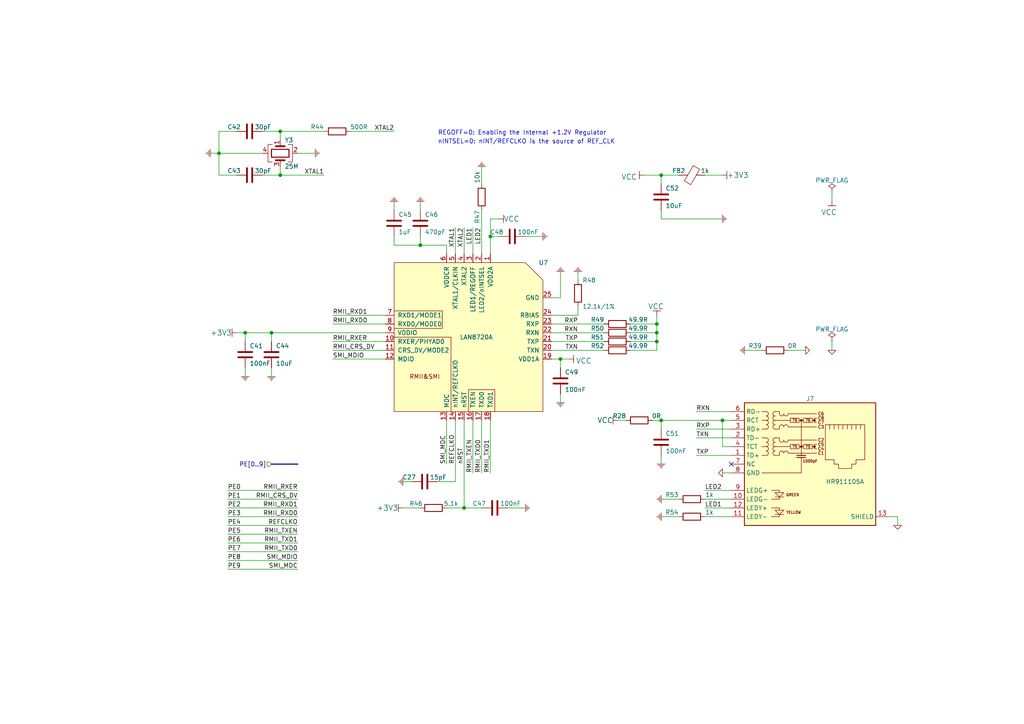
<source format=kicad_sch>
(kicad_sch (version 20211123) (generator eeschema)
  (paper "A4")
  (lib_symbols
    (symbol "0_power:+3V3" (power) (pin_names (offset 1.016))
      (property "Value" "+3V3" (at 0 1.27 0))
      (symbol "+3V3_0_1"
        (polyline (pts (xy -1.143 0) (xy 1.143 0)))
        (polyline (pts (xy 0 0) (xy 0 -1.27)))
      )
      (symbol "+3V3_1_1"
        (pin power_in line (at 0 -1.27 90) (length 0) hide (name "+3V3") (number "1"))
      )
    )
    (symbol "0_power:AVCC" (power) (pin_names (offset 1.016))
      (property "Value" "AVCC" (at 0 1.27 0))
      (symbol "AVCC_0_1"
        (polyline (pts (xy -1.143 0) (xy 1.143 0)))
        (polyline (pts (xy 0 0) (xy 0 -1.27)))
      )
      (symbol "AVCC_1_1"
        (pin power_in line (at 0 -1.27 90) (length 0) hide (name "VCC") (number "1"))
      )
    )
    (symbol "0_power:GND" (power) (pin_names (offset 1.016))
      (symbol "GND_0_1"
        (polyline (pts (xy -1.143 0) (xy 1.143 0)))
        (polyline (pts (xy -0.762 -0.381) (xy 0.762 -0.381)))
        (polyline (pts (xy -0.381 -0.762) (xy 0.381 -0.762)))
        (polyline (pts (xy -0.127 -1.143) (xy 0.127 -1.143)))
      )
      (symbol "GND_1_1"
        (pin power_in line (at 0 0 270) (length 0) hide (name "GND") (number "1"))
      )
    )
    (symbol "0_power:GNDA" (power) (pin_names (offset 1.016))
      (symbol "GNDA_0_1"
        (polyline (pts (xy -1.143 0) (xy 1.143 0)))
        (polyline (pts (xy -1.143 0) (xy 0 -1.143) (xy 1.143 0)))
      )
      (symbol "GNDA_1_1"
        (pin power_in line (at 0 0 270) (length 0) hide (name "GNDA") (number "1"))
      )
    )
    (symbol "0_power:PWR_FLAG" (power) (pin_numbers hide) (pin_names (offset 0) hide)
      (property "Value" "PWR_FLAG" (at 0 3.81 0))
      (symbol "PWR_FLAG_0_0"
        (pin power_out line (at 0 0 90) (length 0) (name "pwr") (number "1"))
      )
      (symbol "PWR_FLAG_0_1"
        (polyline (pts (xy 0 0) (xy 0 1.27) (xy -1.016 1.905) (xy 0 2.54) (xy 1.016 1.905) (xy 0 1.27)))
      )
    )
    (symbol "0_ungrouped:HR911105A"
      (property "Reference" "J" (at -17.78 19.05 0))
      (property "Value" "HR911105A" (at -19.05 -19.05 0))
      (symbol "HR911105A_0_0"
        (circle (center -2.54 5.08) (radius 0.254) (stroke (width 0.254)) (fill (type outline)))
        (circle (center -2.54 12.7) (radius 0.254) (stroke (width 0.254)) (fill (type outline)))
        (polyline (pts (xy -7.62 -14.605) (xy -10.16 -14.605)))
        (polyline (pts (xy -7.62 -9.525) (xy -10.16 -9.525)))
        (polyline (pts (xy -2.54 12.7) (xy -2.54 2.54)))
        (polyline (pts (xy -1.27 1.905) (xy -3.81 1.905)) (stroke (width 0.254)))
        (polyline (pts (xy -1.27 2.54) (xy -3.81 2.54)) (stroke (width 0.254)))
        (polyline (pts (xy 1.27 5.08) (xy 0.635 5.08)))
        (polyline (pts (xy 1.27 12.7) (xy 0.635 12.7)))
        (polyline (pts (xy -11.176 -15.24) (xy -8.89 -15.24) (xy -8.89 -14.605)))
        (polyline (pts (xy -11.176 -12.7) (xy -8.89 -12.7) (xy -8.89 -13.335)))
        (polyline (pts (xy -11.176 -7.62) (xy -8.89 -7.62) (xy -8.89 -8.255)))
        (polyline (pts (xy -8.89 -9.525) (xy -8.89 -10.16) (xy -11.176 -10.16)))
        (polyline (pts (xy -10.16 -8.255) (xy -7.62 -8.255) (xy -8.89 -9.525) (xy -10.16 -8.255)))
        (polyline (pts (xy -7.62 -13.335) (xy -10.16 -13.335) (xy -8.89 -14.605) (xy -7.62 -13.335)))
        (polyline (pts (xy 1.905 5.715) (xy 1.27 5.715) (xy 1.27 4.445) (xy 1.905 4.445)))
        (polyline (pts (xy 1.905 13.335) (xy 1.27 13.335) (xy 1.27 12.065) (xy 1.905 12.065)))
        (circle (center 1.27 5.08) (radius 0.254) (stroke (width 0.254)) (fill (type outline)))
        (circle (center 1.27 12.7) (radius 0.254) (stroke (width 0.254)) (fill (type outline)))
        (text "1000pF" (at 0 0.889 0) (effects (font (size 0.762 0.762))))
        (text "75" (at -4.445 5.08 0) (effects (font (size 0.762 0.762))))
        (text "75" (at -4.445 12.7 0) (effects (font (size 0.762 0.762))))
        (text "75" (at -0.635 5.08 0) (effects (font (size 0.762 0.762))))
        (text "75" (at -0.635 12.7 0) (effects (font (size 0.762 0.762))))
        (text "C1" (at 3.175 3.175 0) (effects (font (size 0.889 0.889))))
        (text "C2" (at 3.175 6.985 0) (effects (font (size 0.889 0.889))))
        (text "C3" (at 3.175 10.795 0) (effects (font (size 0.889 0.889))))
        (text "C4" (at 3.175 4.445 0) (effects (font (size 0.889 0.889))))
        (text "C5" (at 3.175 5.715 0) (effects (font (size 0.889 0.889))))
        (text "C6" (at 3.175 14.605 0) (effects (font (size 0.889 0.889))))
        (text "C7" (at 3.175 12.065 0) (effects (font (size 0.889 0.889))))
        (text "C8" (at 3.175 13.335 0) (effects (font (size 0.889 0.889))))
        (text "GREEN" (at -6.985 -8.89 0) (effects (font (size 0.762 0.762)) (justify left)))
        (text "YELLOW" (at -6.985 -13.97 0) (effects (font (size 0.762 0.762)) (justify left)))
      )
      (symbol "HR911105A_0_1"
        (rectangle (start -19.05 17.78) (end 19.05 -17.78) (stroke (width 0.254)) (fill (type background)))
        (arc (start -12.7 2.54) (mid -12.065 3.175) (end -12.7 3.81))
        (arc (start -12.7 3.81) (mid -12.065 4.445) (end -12.7 5.08))
        (arc (start -12.7 5.08) (mid -12.065 5.715) (end -12.7 6.35))
        (arc (start -12.7 6.35) (mid -12.065 6.985) (end -12.7 7.62))
        (arc (start -12.7 10.16) (mid -12.065 10.795) (end -12.7 11.43))
        (arc (start -12.7 11.43) (mid -12.065 12.065) (end -12.7 12.7))
        (arc (start -12.7 12.7) (mid -12.065 13.335) (end -12.7 13.97))
        (arc (start -12.7 13.97) (mid -12.065 14.605) (end -12.7 15.24))
        (arc (start -10.16 3.81) (mid -10.795 3.175) (end -10.16 2.54))
        (arc (start -10.16 5.08) (mid -10.795 4.445) (end -10.16 3.81))
        (arc (start -10.16 6.35) (mid -10.795 5.715) (end -10.16 5.08))
        (arc (start -10.16 7.62) (mid -10.795 6.985) (end -10.16 6.35))
        (arc (start -10.16 11.43) (mid -10.795 10.795) (end -10.16 10.16))
        (arc (start -10.16 12.7) (mid -10.795 12.065) (end -10.16 11.43))
        (arc (start -10.16 13.97) (mid -10.795 13.335) (end -10.16 12.7))
        (arc (start -10.16 15.24) (mid -10.795 14.605) (end -10.16 13.97))
        (arc (start -8.89 6.985) (mid -8.255 6.35) (end -7.62 6.985))
        (arc (start -8.89 14.605) (mid -8.255 13.97) (end -7.62 14.605))
        (arc (start -7.62 3.175) (mid -8.255 3.81) (end -8.89 3.175))
        (arc (start -7.62 6.985) (mid -6.985 6.35) (end -6.35 6.985))
        (arc (start -7.62 10.795) (mid -8.255 11.43) (end -8.89 10.795))
        (arc (start -7.62 14.605) (mid -6.985 13.97) (end -6.35 14.605))
        (arc (start -6.35 3.175) (mid -6.985 3.81) (end -7.62 3.175))
        (arc (start -6.35 10.795) (mid -6.985 11.43) (end -7.62 10.795))
        (rectangle (start -5.715 5.715) (end -3.175 4.445))
        (rectangle (start -5.715 13.335) (end -3.175 12.065))
        (rectangle (start -1.905 5.715) (end 0.635 4.445))
        (rectangle (start -1.905 13.335) (end 0.635 12.065))
        (polyline (pts (xy -12.7 2.54) (xy -13.97 2.54)))
        (polyline (pts (xy -12.7 5.08) (xy -13.97 5.08)))
        (polyline (pts (xy -12.7 7.62) (xy -13.97 7.62)))
        (polyline (pts (xy -12.7 10.16) (xy -13.97 10.16)))
        (polyline (pts (xy -12.7 12.7) (xy -13.97 12.7)))
        (polyline (pts (xy -12.7 15.24) (xy -13.97 15.24)))
        (polyline (pts (xy -6.35 3.175) (xy 1.905 3.175)))
        (polyline (pts (xy -6.35 6.985) (xy 1.905 6.985)))
        (polyline (pts (xy -6.35 10.795) (xy 1.905 10.795)))
        (polyline (pts (xy -6.35 14.605) (xy 1.905 14.605)))
        (polyline (pts (xy -5.715 5.08) (xy -10.16 5.08)))
        (polyline (pts (xy -5.715 12.7) (xy -10.16 12.7)))
        (polyline (pts (xy -3.175 5.08) (xy -1.905 5.08)))
        (polyline (pts (xy -3.175 12.7) (xy -1.905 12.7)))
        (polyline (pts (xy -2.54 -2.54) (xy -13.97 -2.54)) (stroke (width 0.1524)))
        (polyline (pts (xy -2.54 1.905) (xy -2.54 -2.54)) (stroke (width 0.1524)))
        (polyline (pts (xy 5.715 10.16) (xy 5.715 11.43)))
        (polyline (pts (xy 6.985 11.43) (xy 6.985 10.16)))
        (polyline (pts (xy 8.255 11.43) (xy 8.255 10.16)))
        (polyline (pts (xy 9.525 11.43) (xy 9.525 10.16)))
        (polyline (pts (xy 10.795 11.43) (xy 10.795 10.16)))
        (polyline (pts (xy 12.065 11.43) (xy 12.065 10.16)))
        (polyline (pts (xy 13.335 10.16) (xy 13.335 11.43)))
        (polyline (pts (xy 14.605 10.16) (xy 14.605 11.43)))
        (polyline (pts (xy -10.16 7.62) (xy -8.89 7.62) (xy -8.89 6.985)))
        (polyline (pts (xy -10.16 15.24) (xy -8.89 15.24) (xy -8.89 14.605)))
        (polyline (pts (xy -8.89 3.175) (xy -8.89 2.54) (xy -10.16 2.54)))
        (polyline (pts (xy -8.89 10.795) (xy -8.89 10.16) (xy -10.16 10.16)))
        (polyline (pts (xy 4.445 11.43) (xy 15.875 11.43) (xy 15.875 1.27) (xy 13.335 1.27) (xy 13.335 0) (xy 12.065 0) (xy 12.065 -1.27) (xy 8.255 -1.27) (xy 8.255 0) (xy 6.985 0) (xy 6.985 1.27) (xy 4.445 1.27) (xy 4.445 11.43)))
      )
      (symbol "HR911105A_1_1"
        (pin passive line (at -22.86 2.54 0) (length 3.81) (name "TD+") (number "1"))
        (pin passive line (at -22.86 -10.16 0) (length 3.81) (name "LEDG-") (number "10"))
        (pin passive line (at -22.86 -15.24 0) (length 3.81) (name "LEDY-") (number "11"))
        (pin passive line (at -22.86 -12.7 0) (length 3.81) (name "LEDY+") (number "12"))
        (pin passive line (at 22.86 -15.24 180) (length 3.81) (name "SHIELD") (number "13"))
        (pin passive line (at -22.86 7.62 0) (length 3.81) (name "TD-") (number "2"))
        (pin passive line (at -22.86 10.16 0) (length 3.81) (name "RD+") (number "3"))
        (pin passive line (at -22.86 5.08 0) (length 3.81) (name "TCT") (number "4"))
        (pin passive line (at -22.86 12.7 0) (length 3.81) (name "RCT") (number "5"))
        (pin passive line (at -22.86 15.24 0) (length 3.81) (name "RD-") (number "6"))
        (pin passive line (at -22.86 0 0) (length 3.81) (name "NC") (number "7"))
        (pin passive line (at -22.86 -2.54 0) (length 3.81) (name "GND") (number "8"))
        (pin passive line (at -22.86 -7.62 0) (length 3.81) (name "LEDG+") (number "9"))
      )
    )
    (symbol "0_ungrouped:LAN8720A" (pin_names (offset 1.016))
      (property "Reference" "U" (at -21.59 -21.59 0))
      (property "Value" "LAN8720A" (at -2.54 0 0))
      (symbol "LAN8720A_0_0"
        (text "RMII&SMI" (at 12.7 11.43 0) (effects (font (size 1.27 1.27))))
      )
      (symbol "LAN8720A_0_1"
        (polyline (pts (xy 5.08 21.59) (xy 5.08 0)) (stroke (width 0.1524)))
        (polyline (pts (xy 21.59 0) (xy 5.08 0)) (stroke (width 0.1524)))
        (polyline (pts (xy 0 21.59) (xy 0 15.24) (xy -7.62 15.24) (xy -7.62 21.59)) (stroke (width 0.1524)))
        (polyline (pts (xy 21.59 -2.54) (xy 7.62 -2.54) (xy 7.62 -7.62) (xy 21.59 -7.62)) (stroke (width 0.1524)))
        (polyline (pts (xy -21.59 -16.51) (xy -16.51 -21.59) (xy 21.59 -21.59) (xy 21.59 21.59) (xy -21.59 21.59) (xy -21.59 -16.51)) (fill (type background)))
      )
      (symbol "LAN8720A_1_1"
        (pin passive line (at -6.35 -24.13 90) (length 2.54) (name "VDD2A") (number "1"))
        (pin passive line (at 24.13 1.27 180) (length 2.54) (name "RXER/PHYAD0") (number "10"))
        (pin passive line (at 24.13 3.81 180) (length 2.54) (name "CRS_DV/MODE2") (number "11"))
        (pin passive line (at 24.13 6.35 180) (length 2.54) (name "MDIO") (number "12"))
        (pin passive line (at 6.35 24.13 270) (length 2.54) (name "MDC") (number "13"))
        (pin passive line (at 3.81 24.13 270) (length 2.54) (name "nINT/REFCLKO") (number "14"))
        (pin passive line (at 1.27 24.13 270) (length 2.54) (name "nRST") (number "15"))
        (pin passive line (at -1.27 24.13 270) (length 2.54) (name "TXEN") (number "16"))
        (pin passive line (at -3.81 24.13 270) (length 2.54) (name "TXD0") (number "17"))
        (pin passive line (at -6.35 24.13 270) (length 2.54) (name "TXD1") (number "18"))
        (pin passive line (at -24.13 6.35 0) (length 2.54) (name "VDD1A") (number "19"))
        (pin passive line (at -3.81 -24.13 90) (length 2.54) (name "LED2/nINTSEL") (number "2"))
        (pin passive line (at -24.13 3.81 0) (length 2.54) (name "TXN") (number "20"))
        (pin passive line (at -24.13 1.27 0) (length 2.54) (name "TXP") (number "21"))
        (pin passive line (at -24.13 -1.27 0) (length 2.54) (name "RXN") (number "22"))
        (pin passive line (at -24.13 -3.81 0) (length 2.54) (name "RXP") (number "23"))
        (pin passive line (at -24.13 -6.35 0) (length 2.54) (name "RBIAS") (number "24"))
        (pin passive line (at -24.13 -11.43 0) (length 2.54) (name "GND") (number "25"))
        (pin passive line (at -1.27 -24.13 90) (length 2.54) (name "LED1/REGOFF") (number "3"))
        (pin passive line (at 1.27 -24.13 90) (length 2.54) (name "XTAL2") (number "4"))
        (pin passive line (at 3.81 -24.13 90) (length 2.54) (name "XTAL1/CLKIN") (number "5"))
        (pin passive line (at 6.35 -24.13 90) (length 2.54) (name "VDDCR") (number "6"))
        (pin passive line (at 24.13 -6.35 180) (length 2.54) (name "RXD1/MODE1") (number "7"))
        (pin passive line (at 24.13 -3.81 180) (length 2.54) (name "RXD0/MODE0") (number "8"))
        (pin passive line (at 24.13 -1.27 180) (length 2.54) (name "VDDIO") (number "9"))
      )
    )
    (symbol "Device:C" (pin_numbers hide) (pin_names (offset 0.254))
      (property "Reference" "C" (at 0.635 2.54 0))
      (property "Value" "C" (at 0.635 -2.54 0))
      (symbol "C_0_1"
        (polyline (pts (xy -2.032 -0.762) (xy 2.032 -0.762)) (stroke (width 0.508)))
        (polyline (pts (xy -2.032 0.762) (xy 2.032 0.762)) (stroke (width 0.508)))
      )
      (symbol "C_1_1"
        (pin passive line (at 0 3.81 270) (length 2.794) (name "~") (number "1"))
        (pin passive line (at 0 -3.81 90) (length 2.794) (name "~") (number "2"))
      )
    )
    (symbol "Device:Crystal_GND24" (pin_names (offset 1.016) hide)
      (property "Reference" "Y" (at 3.175 5.08 0))
      (property "Value" "Crystal_GND24" (at 3.175 3.175 0))
      (symbol "Crystal_GND24_0_1"
        (rectangle (start -1.143 2.54) (end 1.143 -2.54) (stroke (width 0.3048)))
        (polyline (pts (xy -2.54 0) (xy -2.032 0)))
        (polyline (pts (xy -2.032 -1.27) (xy -2.032 1.27)) (stroke (width 0.508)))
        (polyline (pts (xy 0 -3.81) (xy 0 -3.556)))
        (polyline (pts (xy 0 3.556) (xy 0 3.81)))
        (polyline (pts (xy 2.032 -1.27) (xy 2.032 1.27)) (stroke (width 0.508)))
        (polyline (pts (xy 2.032 0) (xy 2.54 0)))
        (polyline (pts (xy -2.54 -2.286) (xy -2.54 -3.556) (xy 2.54 -3.556) (xy 2.54 -2.286)))
        (polyline (pts (xy -2.54 2.286) (xy -2.54 3.556) (xy 2.54 3.556) (xy 2.54 2.286)))
      )
      (symbol "Crystal_GND24_1_1"
        (pin passive line (at -3.81 0 0) (length 1.27) (name "1") (number "1"))
        (pin passive line (at 0 5.08 270) (length 1.27) (name "2") (number "2"))
        (pin passive line (at 3.81 0 180) (length 1.27) (name "3") (number "3"))
        (pin passive line (at 0 -5.08 90) (length 1.27) (name "4") (number "4"))
      )
    )
    (symbol "Device:FerriteBead" (pin_numbers hide) (pin_names (offset 0))
      (property "Reference" "FB" (at -3.81 0.635 90))
      (property "Value" "FerriteBead" (at 3.81 0 90))
      (symbol "FerriteBead_0_1"
        (polyline (pts (xy 0 -1.27) (xy 0 -1.2192)))
        (polyline (pts (xy 0 1.27) (xy 0 1.2954)))
        (polyline (pts (xy -2.7686 0.4064) (xy -1.7018 2.2606) (xy 2.7686 -0.3048) (xy 1.6764 -2.159) (xy -2.7686 0.4064)))
      )
      (symbol "FerriteBead_1_1"
        (pin passive line (at 0 3.81 270) (length 2.54) (name "~") (number "1"))
        (pin passive line (at 0 -3.81 90) (length 2.54) (name "~") (number "2"))
      )
    )
    (symbol "Device:R" (pin_numbers hide) (pin_names (offset 0))
      (property "Reference" "R" (at 2.032 0 90))
      (property "Value" "R" (at 0 0 90))
      (symbol "R_0_1"
        (rectangle (start -1.016 -2.54) (end 1.016 2.54) (stroke (width 0.254)))
      )
      (symbol "R_1_1"
        (pin passive line (at 0 3.81 270) (length 1.27) (name "~") (number "1"))
        (pin passive line (at 0 -3.81 90) (length 1.27) (name "~") (number "2"))
      )
    )
  )
  (junction (at 81.28 50.8))
  (junction (at 190.5 93.98))
  (junction (at 190.5 96.52))
  (junction (at 121.92 71.12))
  (junction (at 191.77 50.8))
  (junction (at 209.55 121.92))
  (junction (at 63.5 44.45))
  (junction (at 190.5 99.06))
  (junction (at 71.12 96.52))
  (junction (at 78.74 96.52))
  (junction (at 162.56 104.14))
  (junction (at 134.62 147.32))
  (junction (at 142.24 68.58))
  (junction (at 81.28 38.1))
  (junction (at 191.77 121.92))
  (no_connect (at 212.09 134.62))
  (wire (pts (xy 81.28 38.1) (xy 76.2 38.1)))
  (wire (pts (xy 147.32 147.32) (xy 152.4 147.32)))
  (wire (pts (xy 142.24 121.92) (xy 142.24 137.16)))
  (bus (pts (xy 78.74 134.62) (xy 86.36 134.62)))
  (wire (pts (xy 78.74 106.68) (xy 78.74 109.22)))
  (wire (pts (xy 96.52 104.14) (xy 111.76 104.14)))
  (wire (pts (xy 96.52 99.06) (xy 111.76 99.06)))
  (wire (pts (xy 81.28 48.26) (xy 81.28 50.8)))
  (wire (pts (xy 191.77 132.08) (xy 191.77 134.62)))
  (wire (pts (xy 152.4 68.58) (xy 157.48 68.58)))
  (wire (pts (xy 129.54 71.12) (xy 121.92 71.12)))
  (wire (pts (xy 204.47 149.86) (xy 212.09 149.86)))
  (wire (pts (xy 132.08 121.92) (xy 132.08 139.7)))
  (wire (pts (xy 162.56 104.14) (xy 162.56 106.68)))
  (wire (pts (xy 86.36 44.45) (xy 91.44 44.45)))
  (wire (pts (xy 182.88 96.52) (xy 190.5 96.52)))
  (wire (pts (xy 63.5 44.45) (xy 63.5 50.8)))
  (wire (pts (xy 132.08 139.7) (xy 127 139.7)))
  (wire (pts (xy 129.54 121.92) (xy 129.54 134.62)))
  (wire (pts (xy 160.02 101.6) (xy 175.26 101.6)))
  (wire (pts (xy 66.04 157.48) (xy 86.36 157.48)))
  (wire (pts (xy 162.56 78.74) (xy 162.56 86.36)))
  (wire (pts (xy 81.28 38.1) (xy 93.98 38.1)))
  (wire (pts (xy 191.77 50.8) (xy 196.85 50.8)))
  (wire (pts (xy 167.64 78.74) (xy 167.64 81.28)))
  (wire (pts (xy 81.28 40.64) (xy 81.28 38.1)))
  (wire (pts (xy 201.93 132.08) (xy 212.09 132.08)))
  (wire (pts (xy 71.12 106.68) (xy 71.12 109.22)))
  (wire (pts (xy 139.7 147.32) (xy 134.62 147.32)))
  (wire (pts (xy 191.77 63.5) (xy 209.55 63.5)))
  (wire (pts (xy 139.7 60.96) (xy 139.7 73.66)))
  (wire (pts (xy 66.04 165.1) (xy 86.36 165.1)))
  (wire (pts (xy 63.5 38.1) (xy 63.5 44.45)))
  (wire (pts (xy 101.6 38.1) (xy 114.3 38.1)))
  (wire (pts (xy 134.62 66.04) (xy 134.62 73.66)))
  (wire (pts (xy 121.92 71.12) (xy 114.3 71.12)))
  (wire (pts (xy 204.47 144.78) (xy 212.09 144.78)))
  (wire (pts (xy 81.28 50.8) (xy 93.98 50.8)))
  (wire (pts (xy 121.92 68.58) (xy 121.92 71.12)))
  (wire (pts (xy 215.9 101.6) (xy 220.98 101.6)))
  (wire (pts (xy 191.77 121.92) (xy 209.55 121.92)))
  (wire (pts (xy 66.04 142.24) (xy 86.36 142.24)))
  (wire (pts (xy 204.47 50.8) (xy 209.55 50.8)))
  (wire (pts (xy 142.24 68.58) (xy 144.78 68.58)))
  (wire (pts (xy 189.23 121.92) (xy 191.77 121.92)))
  (wire (pts (xy 81.28 50.8) (xy 76.2 50.8)))
  (wire (pts (xy 186.69 50.8) (xy 191.77 50.8)))
  (wire (pts (xy 96.52 101.6) (xy 111.76 101.6)))
  (wire (pts (xy 116.84 139.7) (xy 119.38 139.7)))
  (wire (pts (xy 191.77 50.8) (xy 191.77 53.34)))
  (wire (pts (xy 162.56 104.14) (xy 165.1 104.14)))
  (wire (pts (xy 63.5 44.45) (xy 76.2 44.45)))
  (wire (pts (xy 114.3 68.58) (xy 114.3 71.12)))
  (wire (pts (xy 160.02 104.14) (xy 162.56 104.14)))
  (wire (pts (xy 260.35 149.86) (xy 260.35 152.4)))
  (wire (pts (xy 209.55 121.92) (xy 209.55 129.54)))
  (wire (pts (xy 190.5 96.52) (xy 190.5 93.98)))
  (wire (pts (xy 204.47 142.24) (xy 212.09 142.24)))
  (wire (pts (xy 137.16 66.04) (xy 137.16 73.66)))
  (wire (pts (xy 142.24 63.5) (xy 144.78 63.5)))
  (wire (pts (xy 139.7 121.92) (xy 139.7 137.16)))
  (wire (pts (xy 182.88 99.06) (xy 190.5 99.06)))
  (wire (pts (xy 241.3 55.88) (xy 241.3 58.42)))
  (wire (pts (xy 134.62 147.32) (xy 129.54 147.32)))
  (wire (pts (xy 241.3 99.06) (xy 241.3 101.6)))
  (wire (pts (xy 66.04 162.56) (xy 86.36 162.56)))
  (wire (pts (xy 191.77 144.78) (xy 196.85 144.78)))
  (wire (pts (xy 68.58 96.52) (xy 71.12 96.52)))
  (wire (pts (xy 66.04 154.94) (xy 86.36 154.94)))
  (wire (pts (xy 121.92 58.42) (xy 121.92 60.96)))
  (wire (pts (xy 134.62 121.92) (xy 134.62 147.32)))
  (wire (pts (xy 66.04 160.02) (xy 86.36 160.02)))
  (wire (pts (xy 63.5 50.8) (xy 68.58 50.8)))
  (wire (pts (xy 71.12 96.52) (xy 71.12 99.06)))
  (wire (pts (xy 190.5 99.06) (xy 190.5 96.52)))
  (wire (pts (xy 212.09 137.16) (xy 209.55 137.16)))
  (wire (pts (xy 71.12 96.52) (xy 78.74 96.52)))
  (wire (pts (xy 228.6 101.6) (xy 233.68 101.6)))
  (wire (pts (xy 160.02 96.52) (xy 175.26 96.52)))
  (wire (pts (xy 204.47 147.32) (xy 212.09 147.32)))
  (wire (pts (xy 142.24 68.58) (xy 142.24 73.66)))
  (wire (pts (xy 167.64 88.9) (xy 167.64 91.44)))
  (wire (pts (xy 78.74 96.52) (xy 78.74 99.06)))
  (wire (pts (xy 191.77 60.96) (xy 191.77 63.5)))
  (wire (pts (xy 160.02 93.98) (xy 175.26 93.98)))
  (wire (pts (xy 137.16 121.92) (xy 137.16 137.16)))
  (wire (pts (xy 167.64 91.44) (xy 160.02 91.44)))
  (wire (pts (xy 160.02 99.06) (xy 175.26 99.06)))
  (wire (pts (xy 191.77 149.86) (xy 196.85 149.86)))
  (wire (pts (xy 257.81 149.86) (xy 260.35 149.86)))
  (wire (pts (xy 201.93 119.38) (xy 212.09 119.38)))
  (wire (pts (xy 201.93 127) (xy 212.09 127)))
  (wire (pts (xy 66.04 149.86) (xy 86.36 149.86)))
  (wire (pts (xy 190.5 101.6) (xy 190.5 99.06)))
  (wire (pts (xy 209.55 129.54) (xy 212.09 129.54)))
  (wire (pts (xy 139.7 48.26) (xy 139.7 53.34)))
  (wire (pts (xy 182.88 93.98) (xy 190.5 93.98)))
  (wire (pts (xy 179.07 121.92) (xy 181.61 121.92)))
  (wire (pts (xy 191.77 124.46) (xy 191.77 121.92)))
  (wire (pts (xy 142.24 63.5) (xy 142.24 68.58)))
  (wire (pts (xy 78.74 96.52) (xy 111.76 96.52)))
  (wire (pts (xy 96.52 93.98) (xy 111.76 93.98)))
  (wire (pts (xy 190.5 91.44) (xy 190.5 93.98)))
  (wire (pts (xy 96.52 91.44) (xy 111.76 91.44)))
  (wire (pts (xy 129.54 73.66) (xy 129.54 71.12)))
  (wire (pts (xy 66.04 147.32) (xy 86.36 147.32)))
  (wire (pts (xy 66.04 152.4) (xy 86.36 152.4)))
  (wire (pts (xy 66.04 144.78) (xy 86.36 144.78)))
  (wire (pts (xy 212.09 121.92) (xy 209.55 121.92)))
  (wire (pts (xy 63.5 38.1) (xy 68.58 38.1)))
  (wire (pts (xy 114.3 58.42) (xy 114.3 60.96)))
  (wire (pts (xy 116.84 147.32) (xy 121.92 147.32)))
  (wire (pts (xy 201.93 124.46) (xy 212.09 124.46)))
  (wire (pts (xy 182.88 101.6) (xy 190.5 101.6)))
  (wire (pts (xy 60.96 44.45) (xy 63.5 44.45)))
  (wire (pts (xy 162.56 114.3) (xy 162.56 116.84)))
  (wire (pts (xy 132.08 66.04) (xy 132.08 73.66)))
  (wire (pts (xy 160.02 86.36) (xy 162.56 86.36)))
  (text "REGOFF=0: Enabling the Internal +1.2V Regulator" (at 127 39.37 0) (effects (font (size 1.27 1.27)) (justify left bottom)))
  (text "nINTSEL=0: nINT/REFCLKO is the source of REF_CLK" (at 127 41.91 0) (effects (font (size 1.27 1.27)) (justify left bottom)))
  (label "PE0" (at 66.04 142.24 0))
  (label "TXP" (at 167.64 99.06 180))
  (label "REFCLKO" (at 132.08 134.62 90))
  (label "PE2" (at 66.04 147.32 0))
  (label "SMI_MDC" (at 86.36 165.1 180))
  (label "XTAL1" (at 93.98 50.8 180))
  (label "RMII_TXEN" (at 86.36 154.94 180))
  (label "RXP" (at 167.64 93.98 180))
  (label "RMII_RXD0" (at 86.36 149.86 180))
  (label "XTAL2" (at 114.3 38.1 180))
  (label "LED1" (at 204.47 147.32 0))
  (label "TXN" (at 167.64 101.6 180))
  (label "RMII_TXD1" (at 142.24 137.16 90))
  (label "LED2" (at 204.47 142.24 0))
  (label "RMII_RXER" (at 96.52 99.06 0))
  (label "PE4" (at 66.04 152.4 0))
  (label "PE5" (at 66.04 154.94 0))
  (label "RMII_RXER" (at 86.36 142.24 180))
  (label "TXP" (at 201.93 132.08 0))
  (label "XTAL2" (at 134.62 66.04 270))
  (label "RXN" (at 167.64 96.52 180))
  (label "RMII_TXD1" (at 86.36 157.48 180))
  (label "PE3" (at 66.04 149.86 0))
  (label "SMI_MDC" (at 129.54 134.62 90))
  (label "RMII_TXD0" (at 139.7 137.16 90))
  (label "RMII_RXD1" (at 86.36 147.32 180))
  (label "LED1" (at 137.16 66.04 270))
  (label "SMI_MDIO" (at 96.52 104.14 0))
  (label "PE8" (at 66.04 162.56 0))
  (label "RMII_RXD1" (at 96.52 91.44 0))
  (label "PE1" (at 66.04 144.78 0))
  (label "REFCLKO" (at 86.36 152.4 180))
  (label "RXP" (at 201.93 124.46 0))
  (label "RMII_CRS_DV" (at 96.52 101.6 0))
  (label "RMII_CRS_DV" (at 86.36 144.78 180))
  (label "RMII_RXD0" (at 96.52 93.98 0))
  (label "TXN" (at 201.93 127 0))
  (label "PE7" (at 66.04 160.02 0))
  (label "LED2" (at 139.7 66.04 270))
  (label "nRST" (at 134.62 134.62 90))
  (label "RMII_TXD0" (at 86.36 160.02 180))
  (label "RMII_TXEN" (at 137.16 137.16 90))
  (label "RXN" (at 201.93 119.38 0))
  (label "PE9" (at 66.04 165.1 0))
  (label "SMI_MDIO" (at 86.36 162.56 180))
  (label "XTAL1" (at 132.08 66.04 270))
  (label "PE6" (at 66.04 157.48 0))
  (hierarchical_label "PE[0..9]" (shape input) (at 78.74 134.62 180))
  (symbol (lib_id "Device:C") (at 72.39 50.8 90) (unit 1)
    (property "Reference" "C43" (at 69.85 49.53 90) (effects (justify left)))
    (property "Value" "30pF" (at 78.74 49.53 90) (effects (justify left)))
    (property "Footprint" "Capacitor_SMD:C_0603_1608Metric" (effects hide))
  )
  (symbol (lib_id "Device:C") (at 191.77 57.15 0) (unit 1)
    (property "Reference" "C52" (at 193.04 54.61 0) (effects (justify left)))
    (property "Value" "10uF" (at 193.04 59.69 0) (effects (justify left)))
    (property "Footprint" "Capacitor_SMD:C_0805_2012Metric" (effects hide))
  )
  (symbol (lib_id "Device:R") (at 185.42 121.92 90) (unit 1)
    (property "Reference" "R28" (at 181.61 120.65 90) (effects (justify left)))
    (property "Value" "0R" (at 191.77 120.65 90) (effects (justify left)))
    (property "Footprint" "Resistor_SMD:R_0603_1608Metric" (effects hide))
  )
  (symbol (lib_id "0_ungrouped:LAN8720A") (at 135.89 97.79 180) (unit 1)
    (property "Reference" "U7" (at 156.21 76.2 0) (effects (justify right)))
    (property "Value" "LAN8720A" (at 133.35 97.79 0) (effects (justify right)))
    (property "Footprint" "0_ungrouped:QFN-24-1EP_4x4mm_P0.5mm_EP2.4x2.4mm" (effects hide))
  )
  (symbol (lib_id "0_power:AVCC") (at 146.05 63.5 270) (unit 1)
    (property "Reference" "#PWR039" (effects hide))
    (property "Value" "AVCC" (at 146.05 63.5 90) (effects (font (size 1.524 1.524)) (justify left)))
  )
  (symbol (lib_id "Device:R") (at 97.79 38.1 90) (unit 1)
    (property "Reference" "R44" (at 93.98 36.83 90) (effects (justify left)))
    (property "Value" "500R" (at 106.68 36.83 90) (effects (justify left)))
    (property "Footprint" "Resistor_SMD:R_0603_1608Metric" (effects hide))
  )
  (symbol (lib_id "0_power:GNDA") (at 233.68 101.6 90) (unit 1)
    (property "Reference" "#PWR048" (effects hide))
    (property "Value" "GNDA" (effects hide))
  )
  (symbol (lib_id "0_power:AVCC") (at 241.3 59.69 0) (mirror x) (unit 1)
    (property "Reference" "#PWR04" (effects hide))
    (property "Value" "AVCC" (at 238.125 61.595 0) (effects (font (size 1.524 1.524)) (justify left)))
  )
  (symbol (lib_id "0_power:GND") (at 78.74 109.22 0) (unit 1)
    (property "Reference" "#PWR032" (effects hide))
    (property "Value" "GND" (effects hide))
  )
  (symbol (lib_id "0_power:GND") (at 157.48 68.58 90) (mirror x) (unit 1)
    (property "Reference" "#PWR041" (effects hide))
    (property "Value" "GND" (effects hide))
  )
  (symbol (lib_id "Device:R") (at 139.7 57.15 180) (unit 1)
    (property "Reference" "R47" (at 138.43 60.96 90) (effects (justify left)))
    (property "Value" "10k" (at 138.43 49.53 90) (effects (justify left)))
    (property "Footprint" "Resistor_SMD:R_0603_1608Metric" (effects hide))
  )
  (symbol (lib_id "Device:C") (at 72.39 38.1 90) (unit 1)
    (property "Reference" "C42" (at 69.85 36.83 90) (effects (justify left)))
    (property "Value" "30pF" (at 78.74 36.83 90) (effects (justify left)))
    (property "Footprint" "Capacitor_SMD:C_0603_1608Metric" (effects hide))
  )
  (symbol (lib_id "0_ungrouped:HR911105A") (at 234.95 134.62 0) (unit 1)
    (property "Reference" "J7" (at 234.95 115.6802 0))
    (property "Value" "HR911105A" (at 245.11 139.7 0))
    (property "Footprint" "0_ungrouped:HR911105A" (effects hide))
  )
  (symbol (lib_id "0_power:+3V3") (at 210.82 50.8 270) (unit 1)
    (property "Reference" "#PWR055" (effects hide))
    (property "Value" "+3V3" (at 210.82 50.8 90) (effects (font (size 1.524 1.524)) (justify left)))
  )
  (symbol (lib_id "0_power:GND") (at 152.4 147.32 90) (mirror x) (unit 1)
    (property "Reference" "#PWR040" (effects hide))
    (property "Value" "GND" (effects hide))
  )
  (symbol (lib_id "Device:C") (at 191.77 128.27 0) (unit 1)
    (property "Reference" "C51" (at 193.04 125.73 0) (effects (justify left)))
    (property "Value" "100nF" (at 193.04 130.81 0) (effects (justify left)))
    (property "Footprint" "Capacitor_SMD:C_0603_1608Metric" (effects hide))
  )
  (symbol (lib_id "Device:R") (at 179.07 101.6 90) (unit 1)
    (property "Reference" "R52" (at 175.26 100.33 90) (effects (justify left)))
    (property "Value" "49.9R" (at 187.96 100.33 90) (effects (justify left)))
    (property "Footprint" "Resistor_SMD:R_0603_1608Metric" (effects hide))
  )
  (symbol (lib_id "0_power:GND") (at 114.3 58.42 0) (mirror x) (unit 1)
    (property "Reference" "#PWR035" (effects hide))
    (property "Value" "GND" (effects hide))
  )
  (symbol (lib_id "Device:C") (at 78.74 102.87 0) (unit 1)
    (property "Reference" "C44" (at 80.01 100.33 0) (effects (justify left)))
    (property "Value" "10uF" (at 80.01 105.41 0) (effects (justify left)))
    (property "Footprint" "Capacitor_SMD:C_0805_2012Metric" (effects hide))
  )
  (symbol (lib_id "Device:R") (at 224.79 101.6 90) (unit 1)
    (property "Reference" "R39" (at 220.98 100.33 90) (effects (justify left)))
    (property "Value" "0R" (at 231.14 100.33 90) (effects (justify left)))
    (property "Footprint" "Resistor_SMD:R_0603_1608Metric" (effects hide))
  )
  (symbol (lib_id "0_power:+3V3") (at 115.57 147.32 90) (mirror x) (unit 1)
    (property "Reference" "#PWR036" (effects hide))
    (property "Value" "+3V3" (at 115.57 147.32 90) (effects (font (size 1.524 1.524)) (justify left)))
  )
  (symbol (lib_id "Device:C") (at 123.19 139.7 90) (unit 1)
    (property "Reference" "C27" (at 120.65 138.43 90) (effects (justify left)))
    (property "Value" "15pF" (at 129.54 138.43 90) (effects (justify left)))
    (property "Footprint" "Capacitor_SMD:C_0603_1608Metric" (effects hide))
  )
  (symbol (lib_id "Device:R") (at 167.64 85.09 0) (unit 1)
    (property "Reference" "R48" (at 168.91 81.28 0) (effects (justify left)))
    (property "Value" "12.1k/1%" (at 168.91 88.9 0) (effects (justify left)))
    (property "Footprint" "Resistor_SMD:R_0603_1608Metric" (effects hide))
  )
  (symbol (lib_id "0_power:+3V3") (at 67.31 96.52 90) (mirror x) (unit 1)
    (property "Reference" "#PWR028" (effects hide))
    (property "Value" "+3V3" (at 67.31 96.52 90) (effects (font (size 1.524 1.524)) (justify left)))
  )
  (symbol (lib_id "Device:C") (at 143.51 147.32 90) (unit 1)
    (property "Reference" "C47" (at 140.97 146.05 90) (effects (justify left)))
    (property "Value" "100nF" (at 151.13 146.05 90) (effects (justify left)))
    (property "Footprint" "Capacitor_SMD:C_0603_1608Metric" (effects hide))
  )
  (symbol (lib_id "0_power:GND") (at 162.56 78.74 0) (mirror x) (unit 1)
    (property "Reference" "#PWR042" (effects hide))
    (property "Value" "GND" (effects hide))
  )
  (symbol (lib_id "Device:Crystal_GND24") (at 81.28 44.45 270) (unit 1)
    (property "Reference" "Y3" (at 82.55 40.64 90) (effects (justify left)))
    (property "Value" "25M" (at 82.55 48.26 90) (effects (justify left)))
    (property "Footprint" "Crystal:Crystal_SMD_3225-4Pin_3.2x2.5mm" (effects hide))
  )
  (symbol (lib_id "0_power:PWR_FLAG") (at 241.3 55.88 0) (unit 1)
    (property "Reference" "#FLG01" (effects hide))
    (property "Value" "PWR_FLAG" (at 241.3 52.3042 0))
  )
  (symbol (lib_id "0_power:GND") (at 139.7 48.26 0) (mirror x) (unit 1)
    (property "Reference" "#PWR038" (effects hide))
    (property "Value" "GND" (effects hide))
  )
  (symbol (lib_id "0_power:GND") (at 60.96 44.45 270) (unit 1)
    (property "Reference" "#PWR027" (effects hide))
    (property "Value" "GND" (effects hide))
  )
  (symbol (lib_id "0_power:GNDA") (at 260.35 152.4 0) (unit 1)
    (property "Reference" "#PWR054" (effects hide))
    (property "Value" "GNDA" (effects hide))
  )
  (symbol (lib_id "Device:R") (at 125.73 147.32 90) (unit 1)
    (property "Reference" "R46" (at 120.65 146.05 90))
    (property "Value" "5.1k" (at 130.81 146.05 90))
    (property "Footprint" "Resistor_SMD:R_0603_1608Metric" (effects hide))
  )
  (symbol (lib_id "0_power:GND") (at 121.92 58.42 0) (mirror x) (unit 1)
    (property "Reference" "#PWR037" (effects hide))
    (property "Value" "GND" (effects hide))
  )
  (symbol (lib_id "0_power:GNDA") (at 209.55 137.16 270) (unit 1)
    (property "Reference" "#PWR029" (effects hide))
    (property "Value" "GNDA" (effects hide))
  )
  (symbol (lib_id "0_power:AVCC") (at 190.5 90.17 0) (unit 1)
    (property "Reference" "#PWR049" (effects hide))
    (property "Value" "AVCC" (at 187.96 88.9 0) (effects (font (size 1.524 1.524)) (justify left)))
  )
  (symbol (lib_id "Device:C") (at 114.3 64.77 0) (unit 1)
    (property "Reference" "C45" (at 115.57 62.23 0) (effects (justify left)))
    (property "Value" "1uF" (at 115.57 67.31 0) (effects (justify left)))
    (property "Footprint" "Capacitor_SMD:C_0603_1608Metric" (effects hide))
  )
  (symbol (lib_id "0_power:GND") (at 191.77 149.86 270) (unit 1)
    (property "Reference" "#PWR051" (effects hide))
    (property "Value" "GND" (effects hide))
  )
  (symbol (lib_id "Device:R") (at 200.66 149.86 90) (unit 1)
    (property "Reference" "R54" (at 196.85 148.59 90) (effects (justify left)))
    (property "Value" "1k" (at 207.01 148.59 90) (effects (justify left)))
    (property "Footprint" "Resistor_SMD:R_0603_1608Metric" (effects hide))
  )
  (symbol (lib_id "0_power:GND") (at 215.9 101.6 270) (unit 1)
    (property "Reference" "#PWR030" (effects hide))
    (property "Value" "GND" (effects hide))
  )
  (symbol (lib_id "Device:R") (at 200.66 144.78 90) (unit 1)
    (property "Reference" "R53" (at 196.85 143.51 90) (effects (justify left)))
    (property "Value" "1k" (at 207.01 143.51 90) (effects (justify left)))
    (property "Footprint" "Resistor_SMD:R_0603_1608Metric" (effects hide))
  )
  (symbol (lib_id "Device:R") (at 179.07 96.52 90) (unit 1)
    (property "Reference" "R50" (at 175.26 95.25 90) (effects (justify left)))
    (property "Value" "49.9R" (at 187.96 95.25 90) (effects (justify left)))
    (property "Footprint" "Resistor_SMD:R_0603_1608Metric" (effects hide))
  )
  (symbol (lib_id "Device:C") (at 162.56 110.49 0) (unit 1)
    (property "Reference" "C49" (at 163.83 107.95 0) (effects (justify left)))
    (property "Value" "100nF" (at 163.83 113.03 0) (effects (justify left)))
    (property "Footprint" "Capacitor_SMD:C_0603_1608Metric" (effects hide))
  )
  (symbol (lib_id "0_power:GND") (at 167.64 78.74 0) (mirror x) (unit 1)
    (property "Reference" "#PWR045" (effects hide))
    (property "Value" "GND" (effects hide))
  )
  (symbol (lib_id "Device:R") (at 179.07 93.98 90) (unit 1)
    (property "Reference" "R49" (at 175.26 92.71 90) (effects (justify left)))
    (property "Value" "49.9R" (at 187.96 92.71 90) (effects (justify left)))
    (property "Footprint" "Resistor_SMD:R_0603_1608Metric" (effects hide))
  )
  (symbol (lib_id "0_power:AVCC") (at 166.37 104.14 270) (unit 1)
    (property "Reference" "#PWR044" (effects hide))
    (property "Value" "AVCC" (at 167.005 104.6605 90) (effects (font (size 1.524 1.524)) (justify left)))
  )
  (symbol (lib_id "0_power:GND") (at 91.44 44.45 90) (mirror x) (unit 1)
    (property "Reference" "#PWR033" (effects hide))
    (property "Value" "GND" (effects hide))
  )
  (symbol (lib_id "Device:C") (at 121.92 64.77 0) (unit 1)
    (property "Reference" "C46" (at 123.19 62.23 0) (effects (justify left)))
    (property "Value" "470pF" (at 123.19 67.31 0) (effects (justify left)))
    (property "Footprint" "Capacitor_SMD:C_0603_1608Metric" (effects hide))
  )
  (symbol (lib_id "Device:C") (at 71.12 102.87 0) (unit 1)
    (property "Reference" "C41" (at 72.39 100.33 0) (effects (justify left)))
    (property "Value" "100nF" (at 72.39 105.41 0) (effects (justify left)))
    (property "Footprint" "Capacitor_SMD:C_0603_1608Metric" (effects hide))
  )
  (symbol (lib_id "0_power:AVCC") (at 177.8 121.92 90) (unit 1)
    (property "Reference" "#PWR047" (effects hide))
    (property "Value" "AVCC" (at 177.8 121.92 90) (effects (font (size 1.524 1.524)) (justify left)))
  )
  (symbol (lib_id "0_power:GND") (at 116.84 139.7 270) (unit 1)
    (property "Reference" "#PWR034" (effects hide))
    (property "Value" "GND" (effects hide))
  )
  (symbol (lib_id "0_power:GNDA") (at 241.3 101.6 0) (unit 1)
    (property "Reference" "#PWR052" (effects hide))
    (property "Value" "GNDA" (effects hide))
  )
  (symbol (lib_id "Device:FerriteBead") (at 200.66 50.8 270) (unit 1)
    (property "Reference" "FB2" (at 196.85 49.53 90))
    (property "Value" "1k" (at 204.47 49.53 90))
    (property "Footprint" "Inductor_SMD:L_0603_1608Metric" (effects hide))
  )
  (symbol (lib_id "0_power:GND") (at 191.77 144.78 270) (unit 1)
    (property "Reference" "#PWR050" (effects hide))
    (property "Value" "GND" (effects hide))
  )
  (symbol (lib_id "0_power:GND") (at 71.12 109.22 0) (unit 1)
    (property "Reference" "#PWR031" (effects hide))
    (property "Value" "GND" (effects hide))
  )
  (symbol (lib_id "0_power:GND") (at 162.56 116.84 0) (unit 1)
    (property "Reference" "#PWR043" (effects hide))
    (property "Value" "GND" (effects hide))
  )
  (symbol (lib_id "Device:R") (at 179.07 99.06 90) (unit 1)
    (property "Reference" "R51" (at 175.26 97.79 90) (effects (justify left)))
    (property "Value" "49.9R" (at 187.96 97.79 90) (effects (justify left)))
    (property "Footprint" "Resistor_SMD:R_0603_1608Metric" (effects hide))
  )
  (symbol (lib_id "0_power:GND") (at 209.55 63.5 90) (mirror x) (unit 1)
    (property "Reference" "#PWR053" (effects hide))
    (property "Value" "GND" (effects hide))
  )
  (symbol (lib_id "Device:C") (at 148.59 68.58 90) (unit 1)
    (property "Reference" "C48" (at 146.05 67.31 90) (effects (justify left)))
    (property "Value" "100nF" (at 156.21 67.31 90) (effects (justify left)))
    (property "Footprint" "Capacitor_SMD:C_0603_1608Metric" (effects hide))
  )
  (symbol (lib_id "0_power:PWR_FLAG") (at 241.3 99.06 0) (unit 1)
    (property "Reference" "#FLG07" (effects hide))
    (property "Value" "PWR_FLAG" (at 241.3 95.4842 0))
  )
  (symbol (lib_id "0_power:AVCC") (at 185.42 50.8 90) (mirror x) (unit 1)
    (property "Reference" "#PWR046" (effects hide))
    (property "Value" "AVCC" (at 184.785 51.3205 90) (effects (font (size 1.524 1.524)) (justify left)))
  )
  (symbol (lib_id "0_power:GND") (at 191.77 134.62 0) (unit 1)
    (property "Reference" "#PWR026" (effects hide))
    (property "Value" "GND" (effects hide))
  )
)
</source>
